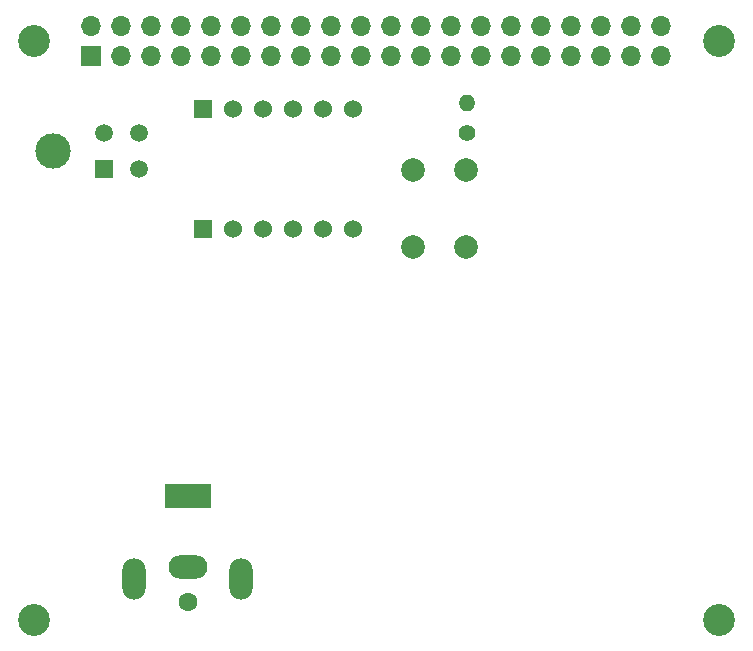
<source format=gts>
G04 #@! TF.GenerationSoftware,KiCad,Pcbnew,5.1.10-88a1d61d58~88~ubuntu20.04.1*
G04 #@! TF.CreationDate,2021-06-08T22:25:17-06:00*
G04 #@! TF.ProjectId,raspberrypi-led-hat-2,72617370-6265-4727-9279-70692d6c6564,rev?*
G04 #@! TF.SameCoordinates,Original*
G04 #@! TF.FileFunction,Soldermask,Top*
G04 #@! TF.FilePolarity,Negative*
%FSLAX46Y46*%
G04 Gerber Fmt 4.6, Leading zero omitted, Abs format (unit mm)*
G04 Created by KiCad (PCBNEW 5.1.10-88a1d61d58~88~ubuntu20.04.1) date 2021-06-08 22:25:17*
%MOMM*%
%LPD*%
G01*
G04 APERTURE LIST*
%ADD10O,1.400000X1.400000*%
%ADD11C,1.400000*%
%ADD12C,1.524000*%
%ADD13R,1.524000X1.524000*%
%ADD14C,2.000000*%
%ADD15C,2.999999*%
%ADD16C,1.520000*%
%ADD17R,1.520000X1.520000*%
%ADD18C,1.600000*%
%ADD19O,2.000000X3.500000*%
%ADD20O,3.300000X2.000000*%
%ADD21R,4.000000X2.000000*%
%ADD22R,1.700000X1.700000*%
%ADD23O,1.700000X1.700000*%
%ADD24C,2.700000*%
G04 APERTURE END LIST*
D10*
X240132000Y-102756000D03*
D11*
X240132000Y-105296000D03*
D12*
X230480000Y-113424000D03*
X227940000Y-113424000D03*
X225400000Y-113424000D03*
X222860000Y-113424000D03*
X220320000Y-113424000D03*
D13*
X217780000Y-113424000D03*
D12*
X230480000Y-103264000D03*
X227940000Y-103264000D03*
X225400000Y-103264000D03*
X222860000Y-103264000D03*
X220320000Y-103264000D03*
D13*
X217780000Y-103264000D03*
D14*
X235560000Y-108448000D03*
X240060000Y-108448000D03*
X235560000Y-114948000D03*
X240060000Y-114948000D03*
D15*
X205080000Y-106820000D03*
D16*
X212399998Y-105320001D03*
X212399998Y-108320000D03*
X209399999Y-105320001D03*
D17*
X209399999Y-108320000D03*
D18*
X216510000Y-145030000D03*
D19*
X221010000Y-143030000D03*
X212010000Y-143030000D03*
D20*
X216510000Y-142030000D03*
D21*
X216510000Y-136030000D03*
D22*
X208370000Y-98770000D03*
D23*
X208370000Y-96230000D03*
X210910000Y-98770000D03*
X210910000Y-96230000D03*
X213450000Y-98770000D03*
X213450000Y-96230000D03*
X215990000Y-98770000D03*
X215990000Y-96230000D03*
X218530000Y-98770000D03*
X218530000Y-96230000D03*
X221070000Y-98770000D03*
X221070000Y-96230000D03*
X223610000Y-98770000D03*
X223610000Y-96230000D03*
X226150000Y-98770000D03*
X226150000Y-96230000D03*
X228690000Y-98770000D03*
X228690000Y-96230000D03*
X231230000Y-98770000D03*
X231230000Y-96230000D03*
X233770000Y-98770000D03*
X233770000Y-96230000D03*
X236310000Y-98770000D03*
X236310000Y-96230000D03*
X238850000Y-98770000D03*
X238850000Y-96230000D03*
X241390000Y-98770000D03*
X241390000Y-96230000D03*
X243930000Y-98770000D03*
X243930000Y-96230000D03*
X246470000Y-98770000D03*
X246470000Y-96230000D03*
X249010000Y-98770000D03*
X249010000Y-96230000D03*
X251550000Y-98770000D03*
X251550000Y-96230000D03*
X254090000Y-98770000D03*
X254090000Y-96230000D03*
X256630000Y-98770000D03*
X256630000Y-96230000D03*
D24*
X261500000Y-146500000D03*
X203500000Y-146500000D03*
X261500000Y-97500000D03*
X203500000Y-97500000D03*
M02*

</source>
